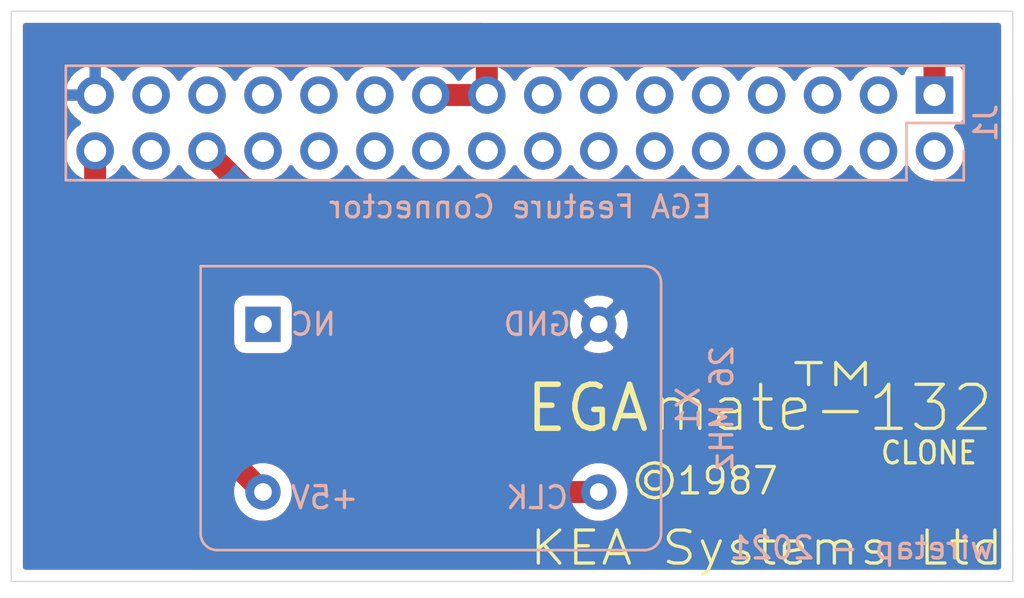
<source format=kicad_pcb>
(kicad_pcb (version 20171130) (host pcbnew "(5.1.6)-1")

  (general
    (thickness 1.6)
    (drawings 17)
    (tracks 10)
    (zones 0)
    (modules 2)
    (nets 32)
  )

  (page A4)
  (layers
    (0 F.Cu signal)
    (31 B.Cu signal)
    (32 B.Adhes user)
    (33 F.Adhes user)
    (34 B.Paste user)
    (35 F.Paste user)
    (36 B.SilkS user)
    (37 F.SilkS user)
    (38 B.Mask user)
    (39 F.Mask user)
    (40 Dwgs.User user)
    (41 Cmts.User user)
    (42 Eco1.User user)
    (43 Eco2.User user)
    (44 Edge.Cuts user)
    (45 Margin user)
    (46 B.CrtYd user)
    (47 F.CrtYd user)
    (48 B.Fab user)
    (49 F.Fab user)
  )

  (setup
    (last_trace_width 0.25)
    (user_trace_width 1)
    (trace_clearance 0.2)
    (zone_clearance 0.508)
    (zone_45_only no)
    (trace_min 0.2)
    (via_size 0.8)
    (via_drill 0.4)
    (via_min_size 0.4)
    (via_min_drill 0.3)
    (uvia_size 0.3)
    (uvia_drill 0.1)
    (uvias_allowed no)
    (uvia_min_size 0.2)
    (uvia_min_drill 0.1)
    (edge_width 0.05)
    (segment_width 0.2)
    (pcb_text_width 0.3)
    (pcb_text_size 1.5 1.5)
    (mod_edge_width 0.12)
    (mod_text_size 1 1)
    (mod_text_width 0.15)
    (pad_size 1.524 1.524)
    (pad_drill 0.762)
    (pad_to_mask_clearance 0.05)
    (aux_axis_origin 0 0)
    (visible_elements 7FFFFFFF)
    (pcbplotparams
      (layerselection 0x010fc_ffffffff)
      (usegerberextensions false)
      (usegerberattributes true)
      (usegerberadvancedattributes true)
      (creategerberjobfile true)
      (excludeedgelayer true)
      (linewidth 0.100000)
      (plotframeref false)
      (viasonmask false)
      (mode 1)
      (useauxorigin false)
      (hpglpennumber 1)
      (hpglpenspeed 20)
      (hpglpendiameter 15.000000)
      (psnegative false)
      (psa4output false)
      (plotreference true)
      (plotvalue true)
      (plotinvisibletext false)
      (padsonsilk false)
      (subtractmaskfromsilk false)
      (outputformat 1)
      (mirror false)
      (drillshape 0)
      (scaleselection 1)
      (outputdirectory "//192.168.1.100/Personal/Charlie/~Retro/~PCB's and Kits/KEA Systems EGAmate-132/KEA Systems EGAmate-132/gerbers/"))
  )

  (net 0 "")
  (net 1 "Net-(J1-Pad1)")
  (net 2 "Net-(J1-Pad2)")
  (net 3 "Net-(J1-Pad3)")
  (net 4 "Net-(J1-Pad4)")
  (net 5 "Net-(J1-Pad5)")
  (net 6 "Net-(J1-Pad6)")
  (net 7 "Net-(J1-Pad7)")
  (net 8 "Net-(J1-Pad8)")
  (net 9 "Net-(J1-Pad9)")
  (net 10 "Net-(J1-Pad10)")
  (net 11 "Net-(J1-Pad11)")
  (net 12 "Net-(J1-Pad12)")
  (net 13 "Net-(J1-Pad13)")
  (net 14 "Net-(J1-Pad14)")
  (net 15 "Net-(J1-Pad15)")
  (net 16 "Net-(J1-Pad16)")
  (net 17 "Net-(J1-Pad18)")
  (net 18 "Net-(J1-Pad20)")
  (net 19 "Net-(J1-Pad21)")
  (net 20 "Net-(J1-Pad22)")
  (net 21 "Net-(J1-Pad23)")
  (net 22 "Net-(J1-Pad24)")
  (net 23 "Net-(J1-Pad25)")
  (net 24 "Net-(J1-Pad26)")
  (net 25 "Net-(J1-Pad27)")
  (net 26 "Net-(J1-Pad28)")
  (net 27 "Net-(J1-Pad29)")
  (net 28 "Net-(J1-Pad30)")
  (net 29 "Net-(J1-Pad31)")
  (net 30 "Net-(J1-Pad32)")
  (net 31 "Net-(X1-Pad1)")

  (net_class Default "This is the default net class."
    (clearance 0.2)
    (trace_width 0.25)
    (via_dia 0.8)
    (via_drill 0.4)
    (uvia_dia 0.3)
    (uvia_drill 0.1)
    (add_net "Net-(J1-Pad1)")
    (add_net "Net-(J1-Pad10)")
    (add_net "Net-(J1-Pad11)")
    (add_net "Net-(J1-Pad12)")
    (add_net "Net-(J1-Pad13)")
    (add_net "Net-(J1-Pad14)")
    (add_net "Net-(J1-Pad15)")
    (add_net "Net-(J1-Pad16)")
    (add_net "Net-(J1-Pad18)")
    (add_net "Net-(J1-Pad2)")
    (add_net "Net-(J1-Pad20)")
    (add_net "Net-(J1-Pad21)")
    (add_net "Net-(J1-Pad22)")
    (add_net "Net-(J1-Pad23)")
    (add_net "Net-(J1-Pad24)")
    (add_net "Net-(J1-Pad25)")
    (add_net "Net-(J1-Pad26)")
    (add_net "Net-(J1-Pad27)")
    (add_net "Net-(J1-Pad28)")
    (add_net "Net-(J1-Pad29)")
    (add_net "Net-(J1-Pad3)")
    (add_net "Net-(J1-Pad30)")
    (add_net "Net-(J1-Pad31)")
    (add_net "Net-(J1-Pad32)")
    (add_net "Net-(J1-Pad4)")
    (add_net "Net-(J1-Pad5)")
    (add_net "Net-(J1-Pad6)")
    (add_net "Net-(J1-Pad7)")
    (add_net "Net-(J1-Pad8)")
    (add_net "Net-(J1-Pad9)")
    (add_net "Net-(X1-Pad1)")
  )

  (module Connector_PinHeader_2.54mm:PinHeader_2x16_P2.54mm_Vertical (layer B.Cu) (tedit 60369D5E) (tstamp 6036A1F2)
    (at 165.862 89.662 90)
    (descr "Through hole straight pin header, 2x16, 2.54mm pitch, double rows")
    (tags "Through hole pin header THT 2x16 2.54mm double row")
    (path /603695F6)
    (fp_text reference J1 (at 1.27 2.33 90) (layer B.SilkS)
      (effects (font (size 1 1) (thickness 0.15)) (justify mirror))
    )
    (fp_text value "EGA Feature" (at -2.54 -18.796 180) (layer B.Fab)
      (effects (font (size 1 1) (thickness 0.15)) (justify mirror))
    )
    (fp_line (start 4.35 1.8) (end -1.8 1.8) (layer B.CrtYd) (width 0.05))
    (fp_line (start 4.35 -39.9) (end 4.35 1.8) (layer B.CrtYd) (width 0.05))
    (fp_line (start -1.8 -39.9) (end 4.35 -39.9) (layer B.CrtYd) (width 0.05))
    (fp_line (start -1.8 1.8) (end -1.8 -39.9) (layer B.CrtYd) (width 0.05))
    (fp_line (start -1.33 1.33) (end 0 1.33) (layer B.SilkS) (width 0.12))
    (fp_line (start -1.33 0) (end -1.33 1.33) (layer B.SilkS) (width 0.12))
    (fp_line (start 1.27 1.33) (end 3.87 1.33) (layer B.SilkS) (width 0.12))
    (fp_line (start 1.27 -1.27) (end 1.27 1.33) (layer B.SilkS) (width 0.12))
    (fp_line (start -1.33 -1.27) (end 1.27 -1.27) (layer B.SilkS) (width 0.12))
    (fp_line (start 3.87 1.33) (end 3.87 -39.43) (layer B.SilkS) (width 0.12))
    (fp_line (start -1.33 -1.27) (end -1.33 -39.43) (layer B.SilkS) (width 0.12))
    (fp_line (start -1.33 -39.43) (end 3.87 -39.43) (layer B.SilkS) (width 0.12))
    (fp_line (start -1.27 0) (end 0 1.27) (layer B.Fab) (width 0.1))
    (fp_line (start -1.27 -39.37) (end -1.27 0) (layer B.Fab) (width 0.1))
    (fp_line (start 3.81 -39.37) (end -1.27 -39.37) (layer B.Fab) (width 0.1))
    (fp_line (start 3.81 1.27) (end 3.81 -39.37) (layer B.Fab) (width 0.1))
    (fp_line (start 0 1.27) (end 3.81 1.27) (layer B.Fab) (width 0.1))
    (fp_text user %R (at 1.27 -19.05) (layer B.Fab)
      (effects (font (size 1 1) (thickness 0.15)) (justify mirror))
    )
    (pad 2 thru_hole oval (at 0 0 90) (size 1.7 1.7) (drill 1) (layers *.Cu *.Mask)
      (net 2 "Net-(J1-Pad2)"))
    (pad 1 thru_hole rect (at 2.54 0 90) (size 1.7 1.7) (drill 1) (layers *.Cu *.Mask)
      (net 1 "Net-(J1-Pad1)"))
    (pad 4 thru_hole oval (at 0 -2.54 90) (size 1.7 1.7) (drill 1) (layers *.Cu *.Mask)
      (net 4 "Net-(J1-Pad4)"))
    (pad 3 thru_hole oval (at 2.54 -2.54 90) (size 1.7 1.7) (drill 1) (layers *.Cu *.Mask)
      (net 3 "Net-(J1-Pad3)"))
    (pad 6 thru_hole oval (at 0 -5.08 90) (size 1.7 1.7) (drill 1) (layers *.Cu *.Mask)
      (net 6 "Net-(J1-Pad6)"))
    (pad 5 thru_hole oval (at 2.54 -5.08 90) (size 1.7 1.7) (drill 1) (layers *.Cu *.Mask)
      (net 5 "Net-(J1-Pad5)"))
    (pad 8 thru_hole oval (at 0 -7.62 90) (size 1.7 1.7) (drill 1) (layers *.Cu *.Mask)
      (net 8 "Net-(J1-Pad8)"))
    (pad 7 thru_hole oval (at 2.54 -7.62 90) (size 1.7 1.7) (drill 1) (layers *.Cu *.Mask)
      (net 7 "Net-(J1-Pad7)"))
    (pad 10 thru_hole oval (at 0 -10.16 90) (size 1.7 1.7) (drill 1) (layers *.Cu *.Mask)
      (net 10 "Net-(J1-Pad10)"))
    (pad 9 thru_hole oval (at 2.54 -10.16 90) (size 1.7 1.7) (drill 1) (layers *.Cu *.Mask)
      (net 9 "Net-(J1-Pad9)"))
    (pad 12 thru_hole oval (at 0 -12.7 90) (size 1.7 1.7) (drill 1) (layers *.Cu *.Mask)
      (net 12 "Net-(J1-Pad12)"))
    (pad 11 thru_hole oval (at 2.54 -12.7 90) (size 1.7 1.7) (drill 1) (layers *.Cu *.Mask)
      (net 11 "Net-(J1-Pad11)"))
    (pad 14 thru_hole oval (at 0 -15.24 90) (size 1.7 1.7) (drill 1) (layers *.Cu *.Mask)
      (net 14 "Net-(J1-Pad14)"))
    (pad 13 thru_hole oval (at 2.54 -15.24 90) (size 1.7 1.7) (drill 1) (layers *.Cu *.Mask)
      (net 13 "Net-(J1-Pad13)"))
    (pad 16 thru_hole oval (at 0 -17.78 90) (size 1.7 1.7) (drill 1) (layers *.Cu *.Mask)
      (net 16 "Net-(J1-Pad16)"))
    (pad 15 thru_hole oval (at 2.54 -17.78 90) (size 1.7 1.7) (drill 1) (layers *.Cu *.Mask)
      (net 15 "Net-(J1-Pad15)"))
    (pad 18 thru_hole oval (at 0 -20.32 90) (size 1.7 1.7) (drill 1) (layers *.Cu *.Mask)
      (net 17 "Net-(J1-Pad18)"))
    (pad 17 thru_hole oval (at 2.54 -20.32 90) (size 1.7 1.7) (drill 1) (layers *.Cu *.Mask)
      (net 1 "Net-(J1-Pad1)"))
    (pad 20 thru_hole oval (at 0 -22.86 90) (size 1.7 1.7) (drill 1) (layers *.Cu *.Mask)
      (net 18 "Net-(J1-Pad20)"))
    (pad 19 thru_hole oval (at 2.54 -22.86 90) (size 1.7 1.7) (drill 1) (layers *.Cu *.Mask)
      (net 1 "Net-(J1-Pad1)"))
    (pad 22 thru_hole oval (at 0 -25.4 90) (size 1.7 1.7) (drill 1) (layers *.Cu *.Mask)
      (net 20 "Net-(J1-Pad22)"))
    (pad 21 thru_hole oval (at 2.54 -25.4 90) (size 1.7 1.7) (drill 1) (layers *.Cu *.Mask)
      (net 19 "Net-(J1-Pad21)"))
    (pad 24 thru_hole oval (at 0 -27.94 90) (size 1.7 1.7) (drill 1) (layers *.Cu *.Mask)
      (net 22 "Net-(J1-Pad24)"))
    (pad 23 thru_hole oval (at 2.54 -27.94 90) (size 1.7 1.7) (drill 1) (layers *.Cu *.Mask)
      (net 21 "Net-(J1-Pad23)"))
    (pad 26 thru_hole oval (at 0 -30.48 90) (size 1.7 1.7) (drill 1) (layers *.Cu *.Mask)
      (net 24 "Net-(J1-Pad26)"))
    (pad 25 thru_hole oval (at 2.54 -30.48 90) (size 1.7 1.7) (drill 1) (layers *.Cu *.Mask)
      (net 23 "Net-(J1-Pad25)"))
    (pad 28 thru_hole oval (at 0 -33.02 90) (size 1.7 1.7) (drill 1) (layers *.Cu *.Mask)
      (net 26 "Net-(J1-Pad28)"))
    (pad 27 thru_hole oval (at 2.54 -33.02 90) (size 1.7 1.7) (drill 1) (layers *.Cu *.Mask)
      (net 25 "Net-(J1-Pad27)"))
    (pad 30 thru_hole oval (at 0 -35.56 90) (size 1.7 1.7) (drill 1) (layers *.Cu *.Mask)
      (net 28 "Net-(J1-Pad30)"))
    (pad 29 thru_hole oval (at 2.54 -35.56 90) (size 1.7 1.7) (drill 1) (layers *.Cu *.Mask)
      (net 27 "Net-(J1-Pad29)"))
    (pad 32 thru_hole oval (at 0 -38.1 90) (size 1.7 1.7) (drill 1) (layers *.Cu *.Mask)
      (net 30 "Net-(J1-Pad32)"))
    (pad 31 thru_hole oval (at 2.54 -38.1 90) (size 1.7 1.7) (drill 1) (layers *.Cu *.Mask)
      (net 29 "Net-(J1-Pad31)"))
    (model ${KISYS3DMOD}/Connector_PinHeader_2.54mm.3dshapes/PinHeader_2x16_P2.54mm_Vertical.wrl
      (at (xyz 0 0 0))
      (scale (xyz 1 1 1))
      (rotate (xyz 0 0 0))
    )
  )

  (module Oscillator:Oscillator_DIP-14 (layer B.Cu) (tedit 58CD3344) (tstamp 6036A214)
    (at 135.382 97.536)
    (descr "Oscillator, DIP14, http://cdn-reichelt.de/documents/datenblatt/B400/OSZI.pdf")
    (tags oscillator)
    (path /603706F9)
    (fp_text reference X1 (at 19.304 3.81 90) (layer B.SilkS)
      (effects (font (size 1 1) (thickness 0.15)) (justify mirror))
    )
    (fp_text value "26MHz Oscillator" (at 7.62 5.588) (layer B.Fab)
      (effects (font (size 1 1) (thickness 0.15)) (justify mirror))
    )
    (fp_line (start -2.73 -2.54) (end -2.73 9.51) (layer B.Fab) (width 0.1))
    (fp_line (start -2.08 10.16) (end 17.32 10.16) (layer B.Fab) (width 0.1))
    (fp_line (start 17.97 9.51) (end 17.97 -1.89) (layer B.Fab) (width 0.1))
    (fp_line (start -2.73 -2.54) (end 17.32 -2.54) (layer B.Fab) (width 0.1))
    (fp_line (start -2.83 -2.64) (end 17.32 -2.64) (layer B.SilkS) (width 0.12))
    (fp_line (start 18.07 -1.89) (end 18.07 9.51) (layer B.SilkS) (width 0.12))
    (fp_line (start 17.32 10.26) (end -2.08 10.26) (layer B.SilkS) (width 0.12))
    (fp_line (start -2.83 9.51) (end -2.83 -2.64) (layer B.SilkS) (width 0.12))
    (fp_line (start -1.73 -1.54) (end 16.62 -1.54) (layer B.Fab) (width 0.1))
    (fp_line (start -1.73 -1.54) (end -1.73 8.81) (layer B.Fab) (width 0.1))
    (fp_line (start -1.38 9.16) (end 16.62 9.16) (layer B.Fab) (width 0.1))
    (fp_line (start 16.97 -1.19) (end 16.97 8.81) (layer B.Fab) (width 0.1))
    (fp_line (start -2.98 -2.79) (end 18.22 -2.79) (layer B.CrtYd) (width 0.05))
    (fp_line (start -2.98 10.41) (end -2.98 -2.79) (layer B.CrtYd) (width 0.05))
    (fp_line (start 18.22 10.41) (end -2.98 10.41) (layer B.CrtYd) (width 0.05))
    (fp_line (start 18.22 -2.79) (end 18.22 10.41) (layer B.CrtYd) (width 0.05))
    (fp_text user %R (at 7.62 3.81) (layer B.Fab)
      (effects (font (size 1 1) (thickness 0.15)) (justify mirror))
    )
    (fp_arc (start 16.62 -1.19) (end 16.97 -1.19) (angle -90) (layer B.Fab) (width 0.1))
    (fp_arc (start 16.62 8.81) (end 16.62 9.16) (angle -90) (layer B.Fab) (width 0.1))
    (fp_arc (start -1.38 8.81) (end -1.73 8.81) (angle -90) (layer B.Fab) (width 0.1))
    (fp_arc (start 17.32 -1.89) (end 18.07 -1.89) (angle -90) (layer B.SilkS) (width 0.12))
    (fp_arc (start 17.32 9.51) (end 17.32 10.26) (angle -90) (layer B.SilkS) (width 0.12))
    (fp_arc (start -2.08 9.51) (end -2.83 9.51) (angle -90) (layer B.SilkS) (width 0.12))
    (fp_arc (start 17.32 -1.89) (end 17.97 -1.89) (angle -90) (layer B.Fab) (width 0.1))
    (fp_arc (start 17.32 9.51) (end 17.32 10.16) (angle -90) (layer B.Fab) (width 0.1))
    (fp_arc (start -2.08 9.51) (end -2.73 9.51) (angle -90) (layer B.Fab) (width 0.1))
    (pad 1 thru_hole rect (at 0 0) (size 1.6 1.6) (drill 0.8) (layers *.Cu *.Mask)
      (net 31 "Net-(X1-Pad1)"))
    (pad 14 thru_hole circle (at 0 7.62) (size 1.6 1.6) (drill 0.8) (layers *.Cu *.Mask)
      (net 30 "Net-(J1-Pad32)"))
    (pad 8 thru_hole circle (at 15.24 7.62) (size 1.6 1.6) (drill 0.8) (layers *.Cu *.Mask)
      (net 26 "Net-(J1-Pad28)"))
    (pad 7 thru_hole circle (at 15.24 0) (size 1.6 1.6) (drill 0.8) (layers *.Cu *.Mask)
      (net 29 "Net-(J1-Pad31)"))
    (model ${KISYS3DMOD}/Oscillator.3dshapes/Oscillator_DIP-14.wrl
      (at (xyz 0 0 0))
      (scale (xyz 1 1 1))
      (rotate (xyz 0 0 0))
    )
  )

  (gr_text CLONE (at 165.608 103.378) (layer F.SilkS)
    (effects (font (size 1 0.9) (thickness 0.15)))
  )
  (gr_text "KEA Systems Ltd" (at 158.242 107.696) (layer F.SilkS)
    (effects (font (size 1.5 1.7) (thickness 0.15)))
  )
  (gr_text ©1987 (at 155.448 104.648) (layer F.SilkS)
    (effects (font (size 1.2 1.2) (thickness 0.15)))
  )
  (gr_text TM (at 161.29 99.822) (layer F.SilkS)
    (effects (font (size 1 2) (thickness 0.15)))
  )
  (gr_text mate-132 (at 160.782 101.346) (layer F.SilkS)
    (effects (font (size 2 2) (thickness 0.15)))
  )
  (gr_text EGA (at 150.114 101.346) (layer F.SilkS)
    (effects (font (size 2 2) (thickness 0.25)))
  )
  (gr_text "wiretap - 2021" (at 162.56 107.696) (layer B.SilkS)
    (effects (font (size 1 1) (thickness 0.15)) (justify mirror))
  )
  (gr_text "26 MHz" (at 156.21 101.346 90) (layer B.SilkS)
    (effects (font (size 1 1) (thickness 0.15)) (justify mirror))
  )
  (gr_text "EGA Feature Connector" (at 147.066 92.202) (layer B.SilkS)
    (effects (font (size 1 1) (thickness 0.15)) (justify mirror))
  )
  (gr_line (start 123.952 109.22) (end 123.952 83.312) (layer Edge.Cuts) (width 0.05) (tstamp 60370CA8))
  (gr_line (start 169.418 109.22) (end 123.952 109.22) (layer Edge.Cuts) (width 0.05))
  (gr_line (start 169.418 83.312) (end 169.418 109.22) (layer Edge.Cuts) (width 0.05))
  (gr_line (start 123.952 83.312) (end 169.418 83.312) (layer Edge.Cuts) (width 0.05))
  (gr_text +5V (at 138.176 105.41) (layer B.SilkS)
    (effects (font (size 1 1) (thickness 0.15)) (justify mirror))
  )
  (gr_text CLK (at 147.828 105.41) (layer B.SilkS)
    (effects (font (size 1 1) (thickness 0.15)) (justify mirror))
  )
  (gr_text NC (at 137.668 97.536) (layer B.SilkS)
    (effects (font (size 1 1) (thickness 0.15)) (justify mirror))
  )
  (gr_text GND (at 147.828 97.536) (layer B.SilkS)
    (effects (font (size 1 1) (thickness 0.15)) (justify mirror))
  )

  (segment (start 165.862 85.272) (end 165.172 84.582) (width 1) (layer F.Cu) (net 1))
  (segment (start 165.862 87.122) (end 165.862 85.272) (width 1) (layer F.Cu) (net 1))
  (segment (start 165.172 84.582) (end 146.304 84.582) (width 1) (layer F.Cu) (net 1))
  (segment (start 145.542 85.344) (end 145.542 87.122) (width 1) (layer F.Cu) (net 1))
  (segment (start 146.304 84.582) (end 145.542 85.344) (width 1) (layer F.Cu) (net 1))
  (segment (start 143.002 87.122) (end 145.542 87.122) (width 1) (layer F.Cu) (net 1))
  (segment (start 148.336 105.156) (end 132.842 89.662) (width 1) (layer F.Cu) (net 26))
  (segment (start 150.622 105.156) (end 148.336 105.156) (width 1) (layer F.Cu) (net 26))
  (segment (start 127.762 97.536) (end 127.762 89.662) (width 1) (layer F.Cu) (net 30))
  (segment (start 135.382 105.156) (end 127.762 97.536) (width 1) (layer F.Cu) (net 30))

  (zone (net 29) (net_name "Net-(J1-Pad31)") (layer B.Cu) (tstamp 603FD478) (hatch edge 0.508)
    (connect_pads (clearance 0.508))
    (min_thickness 0.254)
    (fill yes (arc_segments 32) (thermal_gap 0.508) (thermal_bridge_width 0.508))
    (polygon
      (pts
        (xy 169.926 109.982) (xy 123.444 109.982) (xy 123.444 82.804) (xy 169.926 82.804)
      )
    )
    (filled_polygon
      (pts
        (xy 168.758001 108.56) (xy 124.612 108.56) (xy 124.612 105.014665) (xy 133.947 105.014665) (xy 133.947 105.297335)
        (xy 134.002147 105.574574) (xy 134.11032 105.835727) (xy 134.267363 106.070759) (xy 134.467241 106.270637) (xy 134.702273 106.42768)
        (xy 134.963426 106.535853) (xy 135.240665 106.591) (xy 135.523335 106.591) (xy 135.800574 106.535853) (xy 136.061727 106.42768)
        (xy 136.296759 106.270637) (xy 136.496637 106.070759) (xy 136.65368 105.835727) (xy 136.761853 105.574574) (xy 136.817 105.297335)
        (xy 136.817 105.014665) (xy 149.187 105.014665) (xy 149.187 105.297335) (xy 149.242147 105.574574) (xy 149.35032 105.835727)
        (xy 149.507363 106.070759) (xy 149.707241 106.270637) (xy 149.942273 106.42768) (xy 150.203426 106.535853) (xy 150.480665 106.591)
        (xy 150.763335 106.591) (xy 151.040574 106.535853) (xy 151.301727 106.42768) (xy 151.536759 106.270637) (xy 151.736637 106.070759)
        (xy 151.89368 105.835727) (xy 152.001853 105.574574) (xy 152.057 105.297335) (xy 152.057 105.014665) (xy 152.001853 104.737426)
        (xy 151.89368 104.476273) (xy 151.736637 104.241241) (xy 151.536759 104.041363) (xy 151.301727 103.88432) (xy 151.040574 103.776147)
        (xy 150.763335 103.721) (xy 150.480665 103.721) (xy 150.203426 103.776147) (xy 149.942273 103.88432) (xy 149.707241 104.041363)
        (xy 149.507363 104.241241) (xy 149.35032 104.476273) (xy 149.242147 104.737426) (xy 149.187 105.014665) (xy 136.817 105.014665)
        (xy 136.761853 104.737426) (xy 136.65368 104.476273) (xy 136.496637 104.241241) (xy 136.296759 104.041363) (xy 136.061727 103.88432)
        (xy 135.800574 103.776147) (xy 135.523335 103.721) (xy 135.240665 103.721) (xy 134.963426 103.776147) (xy 134.702273 103.88432)
        (xy 134.467241 104.041363) (xy 134.267363 104.241241) (xy 134.11032 104.476273) (xy 134.002147 104.737426) (xy 133.947 105.014665)
        (xy 124.612 105.014665) (xy 124.612 96.736) (xy 133.943928 96.736) (xy 133.943928 98.336) (xy 133.956188 98.460482)
        (xy 133.992498 98.58018) (xy 134.051463 98.690494) (xy 134.130815 98.787185) (xy 134.227506 98.866537) (xy 134.33782 98.925502)
        (xy 134.457518 98.961812) (xy 134.582 98.974072) (xy 136.182 98.974072) (xy 136.306482 98.961812) (xy 136.42618 98.925502)
        (xy 136.536494 98.866537) (xy 136.633185 98.787185) (xy 136.712537 98.690494) (xy 136.771502 98.58018) (xy 136.787117 98.528702)
        (xy 149.808903 98.528702) (xy 149.880486 98.772671) (xy 150.135996 98.893571) (xy 150.410184 98.9623) (xy 150.692512 98.976217)
        (xy 150.97213 98.934787) (xy 151.238292 98.839603) (xy 151.363514 98.772671) (xy 151.435097 98.528702) (xy 150.622 97.715605)
        (xy 149.808903 98.528702) (xy 136.787117 98.528702) (xy 136.807812 98.460482) (xy 136.820072 98.336) (xy 136.820072 97.606512)
        (xy 149.181783 97.606512) (xy 149.223213 97.88613) (xy 149.318397 98.152292) (xy 149.385329 98.277514) (xy 149.629298 98.349097)
        (xy 150.442395 97.536) (xy 150.801605 97.536) (xy 151.614702 98.349097) (xy 151.858671 98.277514) (xy 151.979571 98.022004)
        (xy 152.0483 97.747816) (xy 152.062217 97.465488) (xy 152.020787 97.18587) (xy 151.925603 96.919708) (xy 151.858671 96.794486)
        (xy 151.614702 96.722903) (xy 150.801605 97.536) (xy 150.442395 97.536) (xy 149.629298 96.722903) (xy 149.385329 96.794486)
        (xy 149.264429 97.049996) (xy 149.1957 97.324184) (xy 149.181783 97.606512) (xy 136.820072 97.606512) (xy 136.820072 96.736)
        (xy 136.807812 96.611518) (xy 136.787118 96.543298) (xy 149.808903 96.543298) (xy 150.622 97.356395) (xy 151.435097 96.543298)
        (xy 151.363514 96.299329) (xy 151.108004 96.178429) (xy 150.833816 96.1097) (xy 150.551488 96.095783) (xy 150.27187 96.137213)
        (xy 150.005708 96.232397) (xy 149.880486 96.299329) (xy 149.808903 96.543298) (xy 136.787118 96.543298) (xy 136.771502 96.49182)
        (xy 136.712537 96.381506) (xy 136.633185 96.284815) (xy 136.536494 96.205463) (xy 136.42618 96.146498) (xy 136.306482 96.110188)
        (xy 136.182 96.097928) (xy 134.582 96.097928) (xy 134.457518 96.110188) (xy 134.33782 96.146498) (xy 134.227506 96.205463)
        (xy 134.130815 96.284815) (xy 134.051463 96.381506) (xy 133.992498 96.49182) (xy 133.956188 96.611518) (xy 133.943928 96.736)
        (xy 124.612 96.736) (xy 124.612 89.51574) (xy 126.277 89.51574) (xy 126.277 89.80826) (xy 126.334068 90.095158)
        (xy 126.44601 90.365411) (xy 126.608525 90.608632) (xy 126.815368 90.815475) (xy 127.058589 90.97799) (xy 127.328842 91.089932)
        (xy 127.61574 91.147) (xy 127.90826 91.147) (xy 128.195158 91.089932) (xy 128.465411 90.97799) (xy 128.708632 90.815475)
        (xy 128.915475 90.608632) (xy 129.032 90.43424) (xy 129.148525 90.608632) (xy 129.355368 90.815475) (xy 129.598589 90.97799)
        (xy 129.868842 91.089932) (xy 130.15574 91.147) (xy 130.44826 91.147) (xy 130.735158 91.089932) (xy 131.005411 90.97799)
        (xy 131.248632 90.815475) (xy 131.455475 90.608632) (xy 131.572 90.43424) (xy 131.688525 90.608632) (xy 131.895368 90.815475)
        (xy 132.138589 90.97799) (xy 132.408842 91.089932) (xy 132.69574 91.147) (xy 132.98826 91.147) (xy 133.275158 91.089932)
        (xy 133.545411 90.97799) (xy 133.788632 90.815475) (xy 133.995475 90.608632) (xy 134.112 90.43424) (xy 134.228525 90.608632)
        (xy 134.435368 90.815475) (xy 134.678589 90.97799) (xy 134.948842 91.089932) (xy 135.23574 91.147) (xy 135.52826 91.147)
        (xy 135.815158 91.089932) (xy 136.085411 90.97799) (xy 136.328632 90.815475) (xy 136.535475 90.608632) (xy 136.652 90.43424)
        (xy 136.768525 90.608632) (xy 136.975368 90.815475) (xy 137.218589 90.97799) (xy 137.488842 91.089932) (xy 137.77574 91.147)
        (xy 138.06826 91.147) (xy 138.355158 91.089932) (xy 138.625411 90.97799) (xy 138.868632 90.815475) (xy 139.075475 90.608632)
        (xy 139.192 90.43424) (xy 139.308525 90.608632) (xy 139.515368 90.815475) (xy 139.758589 90.97799) (xy 140.028842 91.089932)
        (xy 140.31574 91.147) (xy 140.60826 91.147) (xy 140.895158 91.089932) (xy 141.165411 90.97799) (xy 141.408632 90.815475)
        (xy 141.615475 90.608632) (xy 141.732 90.43424) (xy 141.848525 90.608632) (xy 142.055368 90.815475) (xy 142.298589 90.97799)
        (xy 142.568842 91.089932) (xy 142.85574 91.147) (xy 143.14826 91.147) (xy 143.435158 91.089932) (xy 143.705411 90.97799)
        (xy 143.948632 90.815475) (xy 144.155475 90.608632) (xy 144.272 90.43424) (xy 144.388525 90.608632) (xy 144.595368 90.815475)
        (xy 144.838589 90.97799) (xy 145.108842 91.089932) (xy 145.39574 91.147) (xy 145.68826 91.147) (xy 145.975158 91.089932)
        (xy 146.245411 90.97799) (xy 146.488632 90.815475) (xy 146.695475 90.608632) (xy 146.812 90.43424) (xy 146.928525 90.608632)
        (xy 147.135368 90.815475) (xy 147.378589 90.97799) (xy 147.648842 91.089932) (xy 147.93574 91.147) (xy 148.22826 91.147)
        (xy 148.515158 91.089932) (xy 148.785411 90.97799) (xy 149.028632 90.815475) (xy 149.235475 90.608632) (xy 149.352 90.43424)
        (xy 149.468525 90.608632) (xy 149.675368 90.815475) (xy 149.918589 90.97799) (xy 150.188842 91.089932) (xy 150.47574 91.147)
        (xy 150.76826 91.147) (xy 151.055158 91.089932) (xy 151.325411 90.97799) (xy 151.568632 90.815475) (xy 151.775475 90.608632)
        (xy 151.892 90.43424) (xy 152.008525 90.608632) (xy 152.215368 90.815475) (xy 152.458589 90.97799) (xy 152.728842 91.089932)
        (xy 153.01574 91.147) (xy 153.30826 91.147) (xy 153.595158 91.089932) (xy 153.865411 90.97799) (xy 154.108632 90.815475)
        (xy 154.315475 90.608632) (xy 154.432 90.43424) (xy 154.548525 90.608632) (xy 154.755368 90.815475) (xy 154.998589 90.97799)
        (xy 155.268842 91.089932) (xy 155.55574 91.147) (xy 155.84826 91.147) (xy 156.135158 91.089932) (xy 156.405411 90.97799)
        (xy 156.648632 90.815475) (xy 156.855475 90.608632) (xy 156.972 90.43424) (xy 157.088525 90.608632) (xy 157.295368 90.815475)
        (xy 157.538589 90.97799) (xy 157.808842 91.089932) (xy 158.09574 91.147) (xy 158.38826 91.147) (xy 158.675158 91.089932)
        (xy 158.945411 90.97799) (xy 159.188632 90.815475) (xy 159.395475 90.608632) (xy 159.512 90.43424) (xy 159.628525 90.608632)
        (xy 159.835368 90.815475) (xy 160.078589 90.97799) (xy 160.348842 91.089932) (xy 160.63574 91.147) (xy 160.92826 91.147)
        (xy 161.215158 91.089932) (xy 161.485411 90.97799) (xy 161.728632 90.815475) (xy 161.935475 90.608632) (xy 162.052 90.43424)
        (xy 162.168525 90.608632) (xy 162.375368 90.815475) (xy 162.618589 90.97799) (xy 162.888842 91.089932) (xy 163.17574 91.147)
        (xy 163.46826 91.147) (xy 163.755158 91.089932) (xy 164.025411 90.97799) (xy 164.268632 90.815475) (xy 164.475475 90.608632)
        (xy 164.592 90.43424) (xy 164.708525 90.608632) (xy 164.915368 90.815475) (xy 165.158589 90.97799) (xy 165.428842 91.089932)
        (xy 165.71574 91.147) (xy 166.00826 91.147) (xy 166.295158 91.089932) (xy 166.565411 90.97799) (xy 166.808632 90.815475)
        (xy 167.015475 90.608632) (xy 167.17799 90.365411) (xy 167.289932 90.095158) (xy 167.347 89.80826) (xy 167.347 89.51574)
        (xy 167.289932 89.228842) (xy 167.17799 88.958589) (xy 167.015475 88.715368) (xy 166.88362 88.583513) (xy 166.95618 88.561502)
        (xy 167.066494 88.502537) (xy 167.163185 88.423185) (xy 167.242537 88.326494) (xy 167.301502 88.21618) (xy 167.337812 88.096482)
        (xy 167.350072 87.972) (xy 167.350072 86.272) (xy 167.337812 86.147518) (xy 167.301502 86.02782) (xy 167.242537 85.917506)
        (xy 167.163185 85.820815) (xy 167.066494 85.741463) (xy 166.95618 85.682498) (xy 166.836482 85.646188) (xy 166.712 85.633928)
        (xy 165.012 85.633928) (xy 164.887518 85.646188) (xy 164.76782 85.682498) (xy 164.657506 85.741463) (xy 164.560815 85.820815)
        (xy 164.481463 85.917506) (xy 164.422498 86.02782) (xy 164.400487 86.10038) (xy 164.268632 85.968525) (xy 164.025411 85.80601)
        (xy 163.755158 85.694068) (xy 163.46826 85.637) (xy 163.17574 85.637) (xy 162.888842 85.694068) (xy 162.618589 85.80601)
        (xy 162.375368 85.968525) (xy 162.168525 86.175368) (xy 162.052 86.34976) (xy 161.935475 86.175368) (xy 161.728632 85.968525)
        (xy 161.485411 85.80601) (xy 161.215158 85.694068) (xy 160.92826 85.637) (xy 160.63574 85.637) (xy 160.348842 85.694068)
        (xy 160.078589 85.80601) (xy 159.835368 85.968525) (xy 159.628525 86.175368) (xy 159.512 86.34976) (xy 159.395475 86.175368)
        (xy 159.188632 85.968525) (xy 158.945411 85.80601) (xy 158.675158 85.694068) (xy 158.38826 85.637) (xy 158.09574 85.637)
        (xy 157.808842 85.694068) (xy 157.538589 85.80601) (xy 157.295368 85.968525) (xy 157.088525 86.175368) (xy 156.972 86.34976)
        (xy 156.855475 86.175368) (xy 156.648632 85.968525) (xy 156.405411 85.80601) (xy 156.135158 85.694068) (xy 155.84826 85.637)
        (xy 155.55574 85.637) (xy 155.268842 85.694068) (xy 154.998589 85.80601) (xy 154.755368 85.968525) (xy 154.548525 86.175368)
        (xy 154.432 86.34976) (xy 154.315475 86.175368) (xy 154.108632 85.968525) (xy 153.865411 85.80601) (xy 153.595158 85.694068)
        (xy 153.30826 85.637) (xy 153.01574 85.637) (xy 152.728842 85.694068) (xy 152.458589 85.80601) (xy 152.215368 85.968525)
        (xy 152.008525 86.175368) (xy 151.892 86.34976) (xy 151.775475 86.175368) (xy 151.568632 85.968525) (xy 151.325411 85.80601)
        (xy 151.055158 85.694068) (xy 150.76826 85.637) (xy 150.47574 85.637) (xy 150.188842 85.694068) (xy 149.918589 85.80601)
        (xy 149.675368 85.968525) (xy 149.468525 86.175368) (xy 149.352 86.34976) (xy 149.235475 86.175368) (xy 149.028632 85.968525)
        (xy 148.785411 85.80601) (xy 148.515158 85.694068) (xy 148.22826 85.637) (xy 147.93574 85.637) (xy 147.648842 85.694068)
        (xy 147.378589 85.80601) (xy 147.135368 85.968525) (xy 146.928525 86.175368) (xy 146.812 86.34976) (xy 146.695475 86.175368)
        (xy 146.488632 85.968525) (xy 146.245411 85.80601) (xy 145.975158 85.694068) (xy 145.68826 85.637) (xy 145.39574 85.637)
        (xy 145.108842 85.694068) (xy 144.838589 85.80601) (xy 144.595368 85.968525) (xy 144.388525 86.175368) (xy 144.272 86.34976)
        (xy 144.155475 86.175368) (xy 143.948632 85.968525) (xy 143.705411 85.80601) (xy 143.435158 85.694068) (xy 143.14826 85.637)
        (xy 142.85574 85.637) (xy 142.568842 85.694068) (xy 142.298589 85.80601) (xy 142.055368 85.968525) (xy 141.848525 86.175368)
        (xy 141.732 86.34976) (xy 141.615475 86.175368) (xy 141.408632 85.968525) (xy 141.165411 85.80601) (xy 140.895158 85.694068)
        (xy 140.60826 85.637) (xy 140.31574 85.637) (xy 140.028842 85.694068) (xy 139.758589 85.80601) (xy 139.515368 85.968525)
        (xy 139.308525 86.175368) (xy 139.192 86.34976) (xy 139.075475 86.175368) (xy 138.868632 85.968525) (xy 138.625411 85.80601)
        (xy 138.355158 85.694068) (xy 138.06826 85.637) (xy 137.77574 85.637) (xy 137.488842 85.694068) (xy 137.218589 85.80601)
        (xy 136.975368 85.968525) (xy 136.768525 86.175368) (xy 136.652 86.34976) (xy 136.535475 86.175368) (xy 136.328632 85.968525)
        (xy 136.085411 85.80601) (xy 135.815158 85.694068) (xy 135.52826 85.637) (xy 135.23574 85.637) (xy 134.948842 85.694068)
        (xy 134.678589 85.80601) (xy 134.435368 85.968525) (xy 134.228525 86.175368) (xy 134.112 86.34976) (xy 133.995475 86.175368)
        (xy 133.788632 85.968525) (xy 133.545411 85.80601) (xy 133.275158 85.694068) (xy 132.98826 85.637) (xy 132.69574 85.637)
        (xy 132.408842 85.694068) (xy 132.138589 85.80601) (xy 131.895368 85.968525) (xy 131.688525 86.175368) (xy 131.572 86.34976)
        (xy 131.455475 86.175368) (xy 131.248632 85.968525) (xy 131.005411 85.80601) (xy 130.735158 85.694068) (xy 130.44826 85.637)
        (xy 130.15574 85.637) (xy 129.868842 85.694068) (xy 129.598589 85.80601) (xy 129.355368 85.968525) (xy 129.148525 86.175368)
        (xy 129.026805 86.357534) (xy 128.957178 86.240645) (xy 128.762269 86.024412) (xy 128.52892 85.850359) (xy 128.266099 85.725175)
        (xy 128.11889 85.680524) (xy 127.889 85.801845) (xy 127.889 86.995) (xy 127.909 86.995) (xy 127.909 87.249)
        (xy 127.889 87.249) (xy 127.889 87.269) (xy 127.635 87.269) (xy 127.635 87.249) (xy 126.441186 87.249)
        (xy 126.320519 87.478891) (xy 126.417843 87.753252) (xy 126.566822 88.003355) (xy 126.761731 88.219588) (xy 126.991406 88.3909)
        (xy 126.815368 88.508525) (xy 126.608525 88.715368) (xy 126.44601 88.958589) (xy 126.334068 89.228842) (xy 126.277 89.51574)
        (xy 124.612 89.51574) (xy 124.612 86.765109) (xy 126.320519 86.765109) (xy 126.441186 86.995) (xy 127.635 86.995)
        (xy 127.635 85.801845) (xy 127.40511 85.680524) (xy 127.257901 85.725175) (xy 126.99508 85.850359) (xy 126.761731 86.024412)
        (xy 126.566822 86.240645) (xy 126.417843 86.490748) (xy 126.320519 86.765109) (xy 124.612 86.765109) (xy 124.612 83.972)
        (xy 168.758 83.972)
      )
    )
  )
  (zone (net 29) (net_name "Net-(J1-Pad31)") (layer F.Cu) (tstamp 603FD475) (hatch edge 0.508)
    (connect_pads (clearance 0.508))
    (min_thickness 0.254)
    (fill yes (arc_segments 32) (thermal_gap 0.508) (thermal_bridge_width 0.508))
    (polygon
      (pts
        (xy 169.926 109.982) (xy 123.444 109.982) (xy 123.444 82.804) (xy 169.926 82.804)
      )
    )
    (filled_polygon
      (pts
        (xy 144.778864 84.502005) (xy 144.735551 84.537551) (xy 144.593716 84.710377) (xy 144.526809 84.835553) (xy 144.488324 84.907554)
        (xy 144.423423 85.121502) (xy 144.401509 85.344) (xy 144.407 85.399751) (xy 144.407 85.987) (xy 143.967107 85.987)
        (xy 143.948632 85.968525) (xy 143.705411 85.80601) (xy 143.435158 85.694068) (xy 143.14826 85.637) (xy 142.85574 85.637)
        (xy 142.568842 85.694068) (xy 142.298589 85.80601) (xy 142.055368 85.968525) (xy 141.848525 86.175368) (xy 141.732 86.34976)
        (xy 141.615475 86.175368) (xy 141.408632 85.968525) (xy 141.165411 85.80601) (xy 140.895158 85.694068) (xy 140.60826 85.637)
        (xy 140.31574 85.637) (xy 140.028842 85.694068) (xy 139.758589 85.80601) (xy 139.515368 85.968525) (xy 139.308525 86.175368)
        (xy 139.192 86.34976) (xy 139.075475 86.175368) (xy 138.868632 85.968525) (xy 138.625411 85.80601) (xy 138.355158 85.694068)
        (xy 138.06826 85.637) (xy 137.77574 85.637) (xy 137.488842 85.694068) (xy 137.218589 85.80601) (xy 136.975368 85.968525)
        (xy 136.768525 86.175368) (xy 136.652 86.34976) (xy 136.535475 86.175368) (xy 136.328632 85.968525) (xy 136.085411 85.80601)
        (xy 135.815158 85.694068) (xy 135.52826 85.637) (xy 135.23574 85.637) (xy 134.948842 85.694068) (xy 134.678589 85.80601)
        (xy 134.435368 85.968525) (xy 134.228525 86.175368) (xy 134.112 86.34976) (xy 133.995475 86.175368) (xy 133.788632 85.968525)
        (xy 133.545411 85.80601) (xy 133.275158 85.694068) (xy 132.98826 85.637) (xy 132.69574 85.637) (xy 132.408842 85.694068)
        (xy 132.138589 85.80601) (xy 131.895368 85.968525) (xy 131.688525 86.175368) (xy 131.572 86.34976) (xy 131.455475 86.175368)
        (xy 131.248632 85.968525) (xy 131.005411 85.80601) (xy 130.735158 85.694068) (xy 130.44826 85.637) (xy 130.15574 85.637)
        (xy 129.868842 85.694068) (xy 129.598589 85.80601) (xy 129.355368 85.968525) (xy 129.148525 86.175368) (xy 129.026805 86.357534)
        (xy 128.957178 86.240645) (xy 128.762269 86.024412) (xy 128.52892 85.850359) (xy 128.266099 85.725175) (xy 128.11889 85.680524)
        (xy 127.889 85.801845) (xy 127.889 86.995) (xy 127.909 86.995) (xy 127.909 87.249) (xy 127.889 87.249)
        (xy 127.889 87.269) (xy 127.635 87.269) (xy 127.635 87.249) (xy 126.441186 87.249) (xy 126.320519 87.478891)
        (xy 126.417843 87.753252) (xy 126.566822 88.003355) (xy 126.761731 88.219588) (xy 126.991406 88.3909) (xy 126.815368 88.508525)
        (xy 126.608525 88.715368) (xy 126.44601 88.958589) (xy 126.334068 89.228842) (xy 126.277 89.51574) (xy 126.277 89.80826)
        (xy 126.334068 90.095158) (xy 126.44601 90.365411) (xy 126.608525 90.608632) (xy 126.627001 90.627108) (xy 126.627 97.480248)
        (xy 126.621509 97.536) (xy 126.627 97.591751) (xy 126.643423 97.758498) (xy 126.708324 97.972446) (xy 126.813716 98.169623)
        (xy 126.955551 98.342449) (xy 126.998865 98.377996) (xy 133.95415 105.333282) (xy 134.002147 105.574574) (xy 134.11032 105.835727)
        (xy 134.267363 106.070759) (xy 134.467241 106.270637) (xy 134.702273 106.42768) (xy 134.963426 106.535853) (xy 135.240665 106.591)
        (xy 135.523335 106.591) (xy 135.800574 106.535853) (xy 136.061727 106.42768) (xy 136.296759 106.270637) (xy 136.496637 106.070759)
        (xy 136.65368 105.835727) (xy 136.761853 105.574574) (xy 136.817 105.297335) (xy 136.817 105.014665) (xy 136.761853 104.737426)
        (xy 136.65368 104.476273) (xy 136.496637 104.241241) (xy 136.296759 104.041363) (xy 136.061727 103.88432) (xy 135.800574 103.776147)
        (xy 135.559282 103.72815) (xy 128.897 97.065869) (xy 128.897 96.736) (xy 133.943928 96.736) (xy 133.943928 98.336)
        (xy 133.956188 98.460482) (xy 133.992498 98.58018) (xy 134.051463 98.690494) (xy 134.130815 98.787185) (xy 134.227506 98.866537)
        (xy 134.33782 98.925502) (xy 134.457518 98.961812) (xy 134.582 98.974072) (xy 136.182 98.974072) (xy 136.306482 98.961812)
        (xy 136.42618 98.925502) (xy 136.536494 98.866537) (xy 136.633185 98.787185) (xy 136.712537 98.690494) (xy 136.771502 98.58018)
        (xy 136.807812 98.460482) (xy 136.820072 98.336) (xy 136.820072 96.736) (xy 136.807812 96.611518) (xy 136.771502 96.49182)
        (xy 136.712537 96.381506) (xy 136.633185 96.284815) (xy 136.536494 96.205463) (xy 136.42618 96.146498) (xy 136.306482 96.110188)
        (xy 136.182 96.097928) (xy 134.582 96.097928) (xy 134.457518 96.110188) (xy 134.33782 96.146498) (xy 134.227506 96.205463)
        (xy 134.130815 96.284815) (xy 134.051463 96.381506) (xy 133.992498 96.49182) (xy 133.956188 96.611518) (xy 133.943928 96.736)
        (xy 128.897 96.736) (xy 128.897 90.627107) (xy 128.915475 90.608632) (xy 129.032 90.43424) (xy 129.148525 90.608632)
        (xy 129.355368 90.815475) (xy 129.598589 90.97799) (xy 129.868842 91.089932) (xy 130.15574 91.147) (xy 130.44826 91.147)
        (xy 130.735158 91.089932) (xy 131.005411 90.97799) (xy 131.248632 90.815475) (xy 131.455475 90.608632) (xy 131.572 90.43424)
        (xy 131.688525 90.608632) (xy 131.895368 90.815475) (xy 132.138589 90.97799) (xy 132.408842 91.089932) (xy 132.69574 91.147)
        (xy 132.721869 91.147) (xy 147.494009 105.919141) (xy 147.529551 105.962449) (xy 147.702377 106.104284) (xy 147.899551 106.209675)
        (xy 147.899553 106.209676) (xy 148.113501 106.274577) (xy 148.336 106.296491) (xy 148.391751 106.291) (xy 149.737716 106.291)
        (xy 149.942273 106.42768) (xy 150.203426 106.535853) (xy 150.480665 106.591) (xy 150.763335 106.591) (xy 151.040574 106.535853)
        (xy 151.301727 106.42768) (xy 151.536759 106.270637) (xy 151.736637 106.070759) (xy 151.89368 105.835727) (xy 152.001853 105.574574)
        (xy 152.057 105.297335) (xy 152.057 105.014665) (xy 152.001853 104.737426) (xy 151.89368 104.476273) (xy 151.736637 104.241241)
        (xy 151.536759 104.041363) (xy 151.301727 103.88432) (xy 151.040574 103.776147) (xy 150.763335 103.721) (xy 150.480665 103.721)
        (xy 150.203426 103.776147) (xy 149.942273 103.88432) (xy 149.737716 104.021) (xy 148.806132 104.021) (xy 143.313834 98.528702)
        (xy 149.808903 98.528702) (xy 149.880486 98.772671) (xy 150.135996 98.893571) (xy 150.410184 98.9623) (xy 150.692512 98.976217)
        (xy 150.97213 98.934787) (xy 151.238292 98.839603) (xy 151.363514 98.772671) (xy 151.435097 98.528702) (xy 150.622 97.715605)
        (xy 149.808903 98.528702) (xy 143.313834 98.528702) (xy 142.391644 97.606512) (xy 149.181783 97.606512) (xy 149.223213 97.88613)
        (xy 149.318397 98.152292) (xy 149.385329 98.277514) (xy 149.629298 98.349097) (xy 150.442395 97.536) (xy 150.801605 97.536)
        (xy 151.614702 98.349097) (xy 151.858671 98.277514) (xy 151.979571 98.022004) (xy 152.0483 97.747816) (xy 152.062217 97.465488)
        (xy 152.020787 97.18587) (xy 151.925603 96.919708) (xy 151.858671 96.794486) (xy 151.614702 96.722903) (xy 150.801605 97.536)
        (xy 150.442395 97.536) (xy 149.629298 96.722903) (xy 149.385329 96.794486) (xy 149.264429 97.049996) (xy 149.1957 97.324184)
        (xy 149.181783 97.606512) (xy 142.391644 97.606512) (xy 141.32843 96.543298) (xy 149.808903 96.543298) (xy 150.622 97.356395)
        (xy 151.435097 96.543298) (xy 151.363514 96.299329) (xy 151.108004 96.178429) (xy 150.833816 96.1097) (xy 150.551488 96.095783)
        (xy 150.27187 96.137213) (xy 150.005708 96.232397) (xy 149.880486 96.299329) (xy 149.808903 96.543298) (xy 141.32843 96.543298)
        (xy 135.857517 91.072386) (xy 136.085411 90.97799) (xy 136.328632 90.815475) (xy 136.535475 90.608632) (xy 136.652 90.43424)
        (xy 136.768525 90.608632) (xy 136.975368 90.815475) (xy 137.218589 90.97799) (xy 137.488842 91.089932) (xy 137.77574 91.147)
        (xy 138.06826 91.147) (xy 138.355158 91.089932) (xy 138.625411 90.97799) (xy 138.868632 90.815475) (xy 139.075475 90.608632)
        (xy 139.192 90.43424) (xy 139.308525 90.608632) (xy 139.515368 90.815475) (xy 139.758589 90.97799) (xy 140.028842 91.089932)
        (xy 140.31574 91.147) (xy 140.60826 91.147) (xy 140.895158 91.089932) (xy 141.165411 90.97799) (xy 141.408632 90.815475)
        (xy 141.615475 90.608632) (xy 141.732 90.43424) (xy 141.848525 90.608632) (xy 142.055368 90.815475) (xy 142.298589 90.97799)
        (xy 142.568842 91.089932) (xy 142.85574 91.147) (xy 143.14826 91.147) (xy 143.435158 91.089932) (xy 143.705411 90.97799)
        (xy 143.948632 90.815475) (xy 144.155475 90.608632) (xy 144.272 90.43424) (xy 144.388525 90.608632) (xy 144.595368 90.815475)
        (xy 144.838589 90.97799) (xy 145.108842 91.089932) (xy 145.39574 91.147) (xy 145.68826 91.147) (xy 145.975158 91.089932)
        (xy 146.245411 90.97799) (xy 146.488632 90.815475) (xy 146.695475 90.608632) (xy 146.812 90.43424) (xy 146.928525 90.608632)
        (xy 147.135368 90.815475) (xy 147.378589 90.97799) (xy 147.648842 91.089932) (xy 147.93574 91.147) (xy 148.22826 91.147)
        (xy 148.515158 91.089932) (xy 148.785411 90.97799) (xy 149.028632 90.815475) (xy 149.235475 90.608632) (xy 149.352 90.43424)
        (xy 149.468525 90.608632) (xy 149.675368 90.815475) (xy 149.918589 90.97799) (xy 150.188842 91.089932) (xy 150.47574 91.147)
        (xy 150.76826 91.147) (xy 151.055158 91.089932) (xy 151.325411 90.97799) (xy 151.568632 90.815475) (xy 151.775475 90.608632)
        (xy 151.892 90.43424) (xy 152.008525 90.608632) (xy 152.215368 90.815475) (xy 152.458589 90.97799) (xy 152.728842 91.089932)
        (xy 153.01574 91.147) (xy 153.30826 91.147) (xy 153.595158 91.089932) (xy 153.865411 90.97799) (xy 154.108632 90.815475)
        (xy 154.315475 90.608632) (xy 154.432 90.43424) (xy 154.548525 90.608632) (xy 154.755368 90.815475) (xy 154.998589 90.97799)
        (xy 155.268842 91.089932) (xy 155.55574 91.147) (xy 155.84826 91.147) (xy 156.135158 91.089932) (xy 156.405411 90.97799)
        (xy 156.648632 90.815475) (xy 156.855475 90.608632) (xy 156.972 90.43424) (xy 157.088525 90.608632) (xy 157.295368 90.815475)
        (xy 157.538589 90.97799) (xy 157.808842 91.089932) (xy 158.09574 91.147) (xy 158.38826 91.147) (xy 158.675158 91.089932)
        (xy 158.945411 90.97799) (xy 159.188632 90.815475) (xy 159.395475 90.608632) (xy 159.512 90.43424) (xy 159.628525 90.608632)
        (xy 159.835368 90.815475) (xy 160.078589 90.97799) (xy 160.348842 91.089932) (xy 160.63574 91.147) (xy 160.92826 91.147)
        (xy 161.215158 91.089932) (xy 161.485411 90.97799) (xy 161.728632 90.815475) (xy 161.935475 90.608632) (xy 162.052 90.43424)
        (xy 162.168525 90.608632) (xy 162.375368 90.815475) (xy 162.618589 90.97799) (xy 162.888842 91.089932) (xy 163.17574 91.147)
        (xy 163.46826 91.147) (xy 163.755158 91.089932) (xy 164.025411 90.97799) (xy 164.268632 90.815475) (xy 164.475475 90.608632)
        (xy 164.592 90.43424) (xy 164.708525 90.608632) (xy 164.915368 90.815475) (xy 165.158589 90.97799) (xy 165.428842 91.089932)
        (xy 165.71574 91.147) (xy 166.00826 91.147) (xy 166.295158 91.089932) (xy 166.565411 90.97799) (xy 166.808632 90.815475)
        (xy 167.015475 90.608632) (xy 167.17799 90.365411) (xy 167.289932 90.095158) (xy 167.347 89.80826) (xy 167.347 89.51574)
        (xy 167.289932 89.228842) (xy 167.17799 88.958589) (xy 167.015475 88.715368) (xy 166.88362 88.583513) (xy 166.95618 88.561502)
        (xy 167.066494 88.502537) (xy 167.163185 88.423185) (xy 167.242537 88.326494) (xy 167.301502 88.21618) (xy 167.337812 88.096482)
        (xy 167.350072 87.972) (xy 167.350072 86.272) (xy 167.337812 86.147518) (xy 167.301502 86.02782) (xy 167.242537 85.917506)
        (xy 167.163185 85.820815) (xy 167.066494 85.741463) (xy 166.997 85.704317) (xy 166.997 85.327741) (xy 167.00249 85.271999)
        (xy 166.997 85.216257) (xy 166.997 85.216248) (xy 166.980577 85.049501) (xy 166.915676 84.835553) (xy 166.810284 84.638377)
        (xy 166.668449 84.465551) (xy 166.625135 84.430004) (xy 166.167131 83.972) (xy 168.758 83.972) (xy 168.758001 108.56)
        (xy 124.612 108.56) (xy 124.612 86.765109) (xy 126.320519 86.765109) (xy 126.441186 86.995) (xy 127.635 86.995)
        (xy 127.635 85.801845) (xy 127.40511 85.680524) (xy 127.257901 85.725175) (xy 126.99508 85.850359) (xy 126.761731 86.024412)
        (xy 126.566822 86.240645) (xy 126.417843 86.490748) (xy 126.320519 86.765109) (xy 124.612 86.765109) (xy 124.612 83.972)
        (xy 145.308868 83.972)
      )
    )
  )
)

</source>
